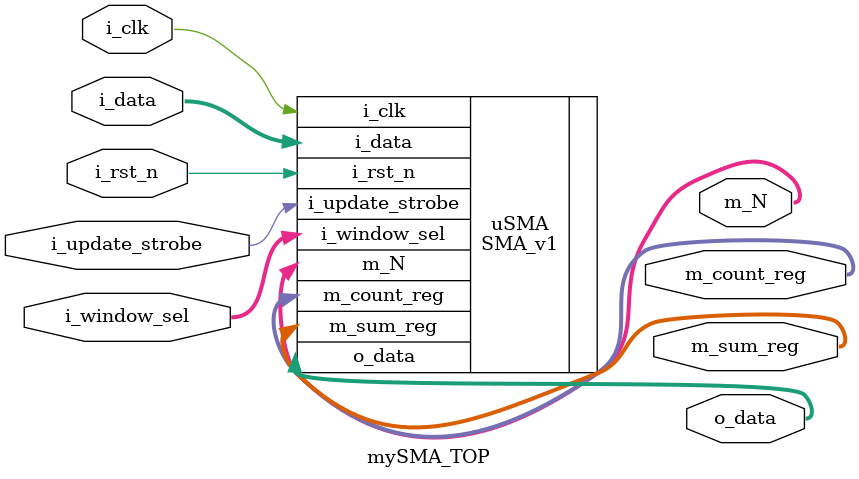
<source format=v>
module mySMA_TOP
(
input i_clk,
input i_rst_n,
input i_update_strobe,
input [31:0] i_window_sel,
input signed [31:0] i_data,
output signed [31:0] o_data
,output [31:0] m_count_reg
,output [63:0] m_sum_reg
,output [15:0] m_N
);

SMA_v1
#(.WINDOW_SIZE(64))
uSMA
(
.i_clk(i_clk),
.i_rst_n(i_rst_n),
.i_update_strobe(i_update_strobe),
.i_window_sel(i_window_sel),
.i_data(i_data),
.o_data(o_data),
.m_count_reg(m_count_reg),
.m_sum_reg(m_sum_reg),
.m_N(m_N)
);



endmodule
</source>
